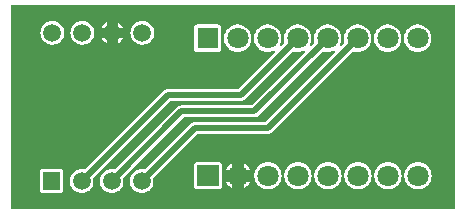
<source format=gbl>
G04 Layer: BottomLayer*
G04 EasyEDA v6.5.5, 2022-06-09 14:01:39*
G04 0642bc9331b94787885f2cc059754cc5,5a628b76fac64d3cb101ae6d552a3bac,10*
G04 Gerber Generator version 0.2*
G04 Scale: 100 percent, Rotated: No, Reflected: No *
G04 Dimensions in millimeters *
G04 leading zeros omitted , absolute positions ,4 integer and 5 decimal *
%FSLAX45Y45*%
%MOMM*%

%ADD11C,0.5000*%
%ADD12C,1.4986*%
%ADD14C,1.8000*%
%ADD15R,1.8000X1.8000*%

%LPD*%
G36*
X1052068Y6883908D02*
G01*
X1048156Y6884670D01*
X1044905Y6886905D01*
X1042669Y6890156D01*
X1041908Y6894068D01*
X1041908Y8599932D01*
X1042669Y8603843D01*
X1044905Y8607094D01*
X1048156Y8609330D01*
X1052068Y8610092D01*
X4789932Y8610092D01*
X4793843Y8609330D01*
X4797094Y8607094D01*
X4799330Y8603843D01*
X4800092Y8599932D01*
X4800092Y6894068D01*
X4799330Y6890156D01*
X4797094Y6886905D01*
X4793843Y6884670D01*
X4789932Y6883908D01*
G37*

%LPC*%
G36*
X1309928Y7019137D02*
G01*
X1458671Y7019137D01*
X1464970Y7019848D01*
X1470456Y7021779D01*
X1475333Y7024878D01*
X1479448Y7028942D01*
X1482496Y7033869D01*
X1484426Y7039305D01*
X1485138Y7045655D01*
X1485138Y7194346D01*
X1484426Y7200696D01*
X1482496Y7206132D01*
X1479448Y7211059D01*
X1475333Y7215124D01*
X1470456Y7218222D01*
X1464970Y7220102D01*
X1458671Y7220813D01*
X1309928Y7220813D01*
X1303629Y7220102D01*
X1298143Y7218222D01*
X1293266Y7215124D01*
X1289151Y7211059D01*
X1286103Y7206132D01*
X1284173Y7200696D01*
X1283462Y7194346D01*
X1283462Y7045655D01*
X1284173Y7039305D01*
X1286103Y7033869D01*
X1289151Y7028942D01*
X1293266Y7024878D01*
X1298143Y7021779D01*
X1303629Y7019848D01*
G37*
G36*
X1634947Y7019239D02*
G01*
X1648409Y7019696D01*
X1661668Y7021931D01*
X1674520Y7025944D01*
X1686763Y7031583D01*
X1698091Y7038848D01*
X1708404Y7047534D01*
X1717395Y7057542D01*
X1725066Y7068616D01*
X1731111Y7080656D01*
X1735531Y7093356D01*
X1738223Y7106564D01*
X1739138Y7119975D01*
X1738223Y7133437D01*
X1736902Y7140041D01*
X1736750Y7143343D01*
X1737715Y7146544D01*
X1739646Y7149236D01*
X2385161Y7794701D01*
X2388412Y7796936D01*
X2392324Y7797698D01*
X2985566Y7797698D01*
X2990189Y7797901D01*
X2994609Y7798460D01*
X2998927Y7799425D01*
X3003194Y7800746D01*
X3007258Y7802473D01*
X3011220Y7804505D01*
X3014980Y7806893D01*
X3018485Y7809585D01*
X3021939Y7812735D01*
X3425190Y8215985D01*
X3428034Y8218017D01*
X3431387Y8218931D01*
X3434892Y8218678D01*
X3445408Y8215985D01*
X3459835Y8214156D01*
X3474364Y8214156D01*
X3488791Y8215985D01*
X3502914Y8219592D01*
X3516629Y8225028D01*
X3520490Y8225739D01*
X3524351Y8224926D01*
X3527602Y8222691D01*
X3529787Y8219389D01*
X3530549Y8215528D01*
X3529736Y8211667D01*
X3527551Y8208365D01*
X3081934Y7762798D01*
X3078683Y7760563D01*
X3074771Y7759801D01*
X2481529Y7759801D01*
X2476906Y7759598D01*
X2472486Y7759039D01*
X2468168Y7758074D01*
X2463901Y7756753D01*
X2459837Y7755026D01*
X2455875Y7752994D01*
X2452116Y7750606D01*
X2448610Y7747914D01*
X2445156Y7744764D01*
X1921814Y7221372D01*
X1919173Y7219492D01*
X1916125Y7218527D01*
X1912924Y7218527D01*
X1902409Y7220305D01*
X1888947Y7220762D01*
X1875536Y7219391D01*
X1862429Y7216292D01*
X1849882Y7211466D01*
X1838045Y7204964D01*
X1827225Y7196988D01*
X1817522Y7187641D01*
X1809191Y7177074D01*
X1802333Y7165492D01*
X1797050Y7153046D01*
X1793493Y7140092D01*
X1791716Y7126731D01*
X1791716Y7113270D01*
X1793493Y7099909D01*
X1797050Y7086955D01*
X1802333Y7074509D01*
X1809191Y7062927D01*
X1817522Y7052360D01*
X1827225Y7043013D01*
X1838045Y7035038D01*
X1849882Y7028535D01*
X1862429Y7023709D01*
X1875536Y7020610D01*
X1888947Y7019239D01*
X1902409Y7019696D01*
X1915668Y7021931D01*
X1928520Y7025944D01*
X1940763Y7031583D01*
X1952091Y7038848D01*
X1962404Y7047534D01*
X1971395Y7057542D01*
X1979066Y7068616D01*
X1985111Y7080656D01*
X1989531Y7093356D01*
X1992223Y7106564D01*
X1993138Y7119975D01*
X1992223Y7133437D01*
X1990902Y7140041D01*
X1990750Y7143343D01*
X1991715Y7146544D01*
X1993646Y7149236D01*
X2499461Y7655001D01*
X2502712Y7657236D01*
X2506624Y7657998D01*
X3099866Y7657998D01*
X3104489Y7658201D01*
X3108909Y7658760D01*
X3113227Y7659725D01*
X3117494Y7661046D01*
X3121558Y7662773D01*
X3125520Y7664805D01*
X3129280Y7667193D01*
X3132785Y7669885D01*
X3136239Y7673035D01*
X3679190Y8215985D01*
X3682034Y8218017D01*
X3685387Y8218931D01*
X3688892Y8218678D01*
X3699408Y8215985D01*
X3713835Y8214156D01*
X3728364Y8214156D01*
X3742791Y8215985D01*
X3756914Y8219592D01*
X3770629Y8225028D01*
X3774490Y8225739D01*
X3778351Y8224926D01*
X3781602Y8222691D01*
X3783787Y8219389D01*
X3784549Y8215528D01*
X3783736Y8211667D01*
X3781551Y8208365D01*
X3196234Y7623098D01*
X3192983Y7620863D01*
X3189071Y7620101D01*
X2595829Y7620101D01*
X2591206Y7619898D01*
X2586786Y7619339D01*
X2582468Y7618374D01*
X2578201Y7617053D01*
X2574137Y7615326D01*
X2570175Y7613294D01*
X2566416Y7610906D01*
X2562910Y7608214D01*
X2559456Y7605064D01*
X2175814Y7221372D01*
X2173173Y7219492D01*
X2170125Y7218527D01*
X2166924Y7218527D01*
X2156409Y7220305D01*
X2142947Y7220762D01*
X2129536Y7219391D01*
X2116429Y7216292D01*
X2103882Y7211466D01*
X2092045Y7204964D01*
X2081225Y7196988D01*
X2071522Y7187641D01*
X2063191Y7177074D01*
X2056333Y7165492D01*
X2051050Y7153046D01*
X2047493Y7140092D01*
X2045716Y7126731D01*
X2045716Y7113270D01*
X2047493Y7099909D01*
X2051050Y7086955D01*
X2056333Y7074509D01*
X2063191Y7062927D01*
X2071522Y7052360D01*
X2081225Y7043013D01*
X2092045Y7035038D01*
X2103882Y7028535D01*
X2116429Y7023709D01*
X2129536Y7020610D01*
X2142947Y7019239D01*
X2156409Y7019696D01*
X2169668Y7021931D01*
X2182520Y7025944D01*
X2194763Y7031583D01*
X2206091Y7038848D01*
X2216404Y7047534D01*
X2225395Y7057542D01*
X2233066Y7068616D01*
X2239111Y7080656D01*
X2243531Y7093356D01*
X2246223Y7106564D01*
X2247138Y7119975D01*
X2246223Y7133437D01*
X2244902Y7140041D01*
X2244750Y7143343D01*
X2245715Y7146544D01*
X2247646Y7149236D01*
X2613761Y7515301D01*
X2617012Y7517536D01*
X2620924Y7518298D01*
X3214166Y7518298D01*
X3218789Y7518501D01*
X3223209Y7519060D01*
X3227527Y7520025D01*
X3231794Y7521346D01*
X3235858Y7523073D01*
X3239820Y7525105D01*
X3243580Y7527493D01*
X3247085Y7530185D01*
X3250539Y7533335D01*
X3933190Y8215985D01*
X3936034Y8218017D01*
X3939387Y8218931D01*
X3942892Y8218678D01*
X3953408Y8215985D01*
X3967835Y8214156D01*
X3982364Y8214156D01*
X3996791Y8215985D01*
X4010914Y8219592D01*
X4024426Y8224926D01*
X4037177Y8231936D01*
X4048963Y8240522D01*
X4059580Y8250478D01*
X4068876Y8261705D01*
X4076649Y8273948D01*
X4082846Y8287156D01*
X4087368Y8300974D01*
X4090060Y8315248D01*
X4090974Y8329777D01*
X4090060Y8344306D01*
X4087368Y8358631D01*
X4082846Y8372449D01*
X4076649Y8385606D01*
X4068876Y8397900D01*
X4059580Y8409127D01*
X4048963Y8419084D01*
X4037177Y8427669D01*
X4024426Y8434679D01*
X4010914Y8440013D01*
X3996791Y8443620D01*
X3982364Y8445449D01*
X3967835Y8445449D01*
X3953408Y8443620D01*
X3939286Y8440013D01*
X3925773Y8434679D01*
X3913022Y8427669D01*
X3901236Y8419084D01*
X3890619Y8409127D01*
X3881323Y8397900D01*
X3873550Y8385606D01*
X3867353Y8372449D01*
X3862832Y8358631D01*
X3860139Y8344306D01*
X3859225Y8329777D01*
X3860139Y8315248D01*
X3862832Y8300974D01*
X3863695Y8298383D01*
X3864203Y8294674D01*
X3863340Y8291118D01*
X3861206Y8288070D01*
X3842054Y8268868D01*
X3838701Y8266633D01*
X3834739Y8265922D01*
X3830777Y8266734D01*
X3827475Y8269071D01*
X3825341Y8272475D01*
X3824732Y8276488D01*
X3825697Y8280400D01*
X3828846Y8287156D01*
X3833368Y8300974D01*
X3836060Y8315248D01*
X3836974Y8329777D01*
X3836060Y8344306D01*
X3833368Y8358631D01*
X3828846Y8372449D01*
X3822649Y8385606D01*
X3814876Y8397900D01*
X3805580Y8409127D01*
X3794963Y8419084D01*
X3783177Y8427669D01*
X3770426Y8434679D01*
X3756914Y8440013D01*
X3742791Y8443620D01*
X3728364Y8445449D01*
X3713835Y8445449D01*
X3699408Y8443620D01*
X3685286Y8440013D01*
X3671773Y8434679D01*
X3659022Y8427669D01*
X3647236Y8419084D01*
X3636619Y8409127D01*
X3627323Y8397900D01*
X3619550Y8385606D01*
X3613353Y8372449D01*
X3608832Y8358631D01*
X3606139Y8344306D01*
X3605225Y8329777D01*
X3606139Y8315248D01*
X3608832Y8300974D01*
X3609695Y8298383D01*
X3610203Y8294674D01*
X3609340Y8291118D01*
X3607206Y8288070D01*
X3588054Y8268868D01*
X3584701Y8266633D01*
X3580739Y8265922D01*
X3576777Y8266734D01*
X3573475Y8269071D01*
X3571341Y8272475D01*
X3570732Y8276488D01*
X3571697Y8280400D01*
X3574846Y8287156D01*
X3579368Y8300974D01*
X3582060Y8315248D01*
X3582974Y8329777D01*
X3582060Y8344306D01*
X3579368Y8358631D01*
X3574846Y8372449D01*
X3568649Y8385606D01*
X3560876Y8397900D01*
X3551580Y8409127D01*
X3540963Y8419084D01*
X3529177Y8427669D01*
X3516426Y8434679D01*
X3502914Y8440013D01*
X3488791Y8443620D01*
X3474364Y8445449D01*
X3459835Y8445449D01*
X3445408Y8443620D01*
X3431286Y8440013D01*
X3417773Y8434679D01*
X3405022Y8427669D01*
X3393236Y8419084D01*
X3382619Y8409127D01*
X3373323Y8397900D01*
X3365550Y8385606D01*
X3359353Y8372449D01*
X3354832Y8358631D01*
X3352139Y8344306D01*
X3351225Y8329777D01*
X3352139Y8315248D01*
X3354832Y8300974D01*
X3355695Y8298383D01*
X3356203Y8294674D01*
X3355340Y8291118D01*
X3353206Y8288070D01*
X3334054Y8268868D01*
X3330701Y8266633D01*
X3326739Y8265922D01*
X3322777Y8266734D01*
X3319475Y8269071D01*
X3317341Y8272475D01*
X3316732Y8276488D01*
X3317697Y8280400D01*
X3320846Y8287156D01*
X3325368Y8300974D01*
X3328060Y8315248D01*
X3328974Y8329777D01*
X3328060Y8344306D01*
X3325368Y8358631D01*
X3320846Y8372449D01*
X3314649Y8385606D01*
X3306876Y8397900D01*
X3297580Y8409127D01*
X3286963Y8419084D01*
X3275177Y8427669D01*
X3262426Y8434679D01*
X3248914Y8440013D01*
X3234791Y8443620D01*
X3220364Y8445449D01*
X3205835Y8445449D01*
X3191408Y8443620D01*
X3177286Y8440013D01*
X3163773Y8434679D01*
X3151022Y8427669D01*
X3139236Y8419084D01*
X3128619Y8409127D01*
X3119323Y8397900D01*
X3111550Y8385606D01*
X3105353Y8372449D01*
X3100832Y8358631D01*
X3098139Y8344306D01*
X3097225Y8329777D01*
X3098139Y8315248D01*
X3100832Y8300974D01*
X3105353Y8287156D01*
X3111550Y8273948D01*
X3119323Y8261705D01*
X3128619Y8250478D01*
X3139236Y8240522D01*
X3151022Y8231936D01*
X3163773Y8224926D01*
X3177286Y8219592D01*
X3191408Y8215985D01*
X3205835Y8214156D01*
X3220364Y8214156D01*
X3234791Y8215985D01*
X3248914Y8219592D01*
X3262629Y8225028D01*
X3266490Y8225739D01*
X3270351Y8224926D01*
X3273602Y8222691D01*
X3275787Y8219389D01*
X3276549Y8215528D01*
X3275736Y8211667D01*
X3273552Y8208365D01*
X2967634Y7902498D01*
X2964383Y7900263D01*
X2960471Y7899501D01*
X2367229Y7899501D01*
X2362606Y7899298D01*
X2358186Y7898739D01*
X2353868Y7897774D01*
X2349601Y7896453D01*
X2345537Y7894726D01*
X2341575Y7892694D01*
X2337816Y7890306D01*
X2334310Y7887614D01*
X2330856Y7884464D01*
X1667814Y7221372D01*
X1665173Y7219492D01*
X1662125Y7218527D01*
X1658924Y7218527D01*
X1648409Y7220305D01*
X1634947Y7220762D01*
X1621536Y7219391D01*
X1608429Y7216292D01*
X1595882Y7211466D01*
X1584045Y7204964D01*
X1573225Y7196988D01*
X1563522Y7187641D01*
X1555191Y7177074D01*
X1548333Y7165492D01*
X1543050Y7153046D01*
X1539494Y7140092D01*
X1537716Y7126731D01*
X1537716Y7113270D01*
X1539494Y7099909D01*
X1543050Y7086955D01*
X1548333Y7074509D01*
X1555191Y7062927D01*
X1563522Y7052360D01*
X1573225Y7043013D01*
X1584045Y7035038D01*
X1595882Y7028535D01*
X1608429Y7023709D01*
X1621536Y7020610D01*
G37*
G36*
X2618689Y7049871D02*
G01*
X2797505Y7049871D01*
X2803855Y7050582D01*
X2809290Y7052513D01*
X2814218Y7055612D01*
X2818282Y7059675D01*
X2821381Y7064603D01*
X2823311Y7070039D01*
X2824022Y7076389D01*
X2824022Y7255256D01*
X2823311Y7261555D01*
X2821381Y7266990D01*
X2818282Y7271918D01*
X2814218Y7275982D01*
X2809290Y7279081D01*
X2803855Y7281011D01*
X2797505Y7281722D01*
X2618689Y7281722D01*
X2612339Y7281011D01*
X2606903Y7279081D01*
X2601976Y7275982D01*
X2597912Y7271918D01*
X2594813Y7266990D01*
X2592882Y7261555D01*
X2592171Y7255256D01*
X2592171Y7076389D01*
X2592882Y7070039D01*
X2594813Y7064603D01*
X2597912Y7059675D01*
X2601976Y7055612D01*
X2606903Y7052513D01*
X2612339Y7050582D01*
G37*
G36*
X4224832Y7050125D02*
G01*
X4239361Y7050125D01*
X4253788Y7051954D01*
X4267911Y7055561D01*
X4281424Y7060946D01*
X4294174Y7067956D01*
X4305960Y7076490D01*
X4316577Y7086447D01*
X4325874Y7097674D01*
X4333646Y7109968D01*
X4339844Y7123125D01*
X4344365Y7136993D01*
X4347057Y7151268D01*
X4347972Y7165797D01*
X4347057Y7180325D01*
X4344365Y7194600D01*
X4339844Y7208469D01*
X4333646Y7221626D01*
X4325874Y7233920D01*
X4316577Y7245146D01*
X4305960Y7255103D01*
X4294174Y7263638D01*
X4281424Y7270648D01*
X4267911Y7276033D01*
X4253788Y7279640D01*
X4239361Y7281468D01*
X4224832Y7281468D01*
X4210405Y7279640D01*
X4196283Y7276033D01*
X4182770Y7270648D01*
X4170019Y7263638D01*
X4158234Y7255103D01*
X4147616Y7245146D01*
X4138320Y7233920D01*
X4130548Y7221626D01*
X4124350Y7208469D01*
X4119829Y7194600D01*
X4117136Y7180325D01*
X4116222Y7165797D01*
X4117136Y7151268D01*
X4119829Y7136993D01*
X4124350Y7123125D01*
X4130548Y7109968D01*
X4138320Y7097674D01*
X4147616Y7086447D01*
X4158234Y7076490D01*
X4170019Y7067956D01*
X4182770Y7060946D01*
X4196283Y7055561D01*
X4210405Y7051954D01*
G37*
G36*
X3208832Y7050125D02*
G01*
X3223361Y7050125D01*
X3237788Y7051954D01*
X3251911Y7055561D01*
X3265424Y7060946D01*
X3278174Y7067956D01*
X3289960Y7076490D01*
X3300577Y7086447D01*
X3309874Y7097674D01*
X3317646Y7109968D01*
X3323844Y7123125D01*
X3328365Y7136993D01*
X3331057Y7151268D01*
X3331972Y7165797D01*
X3331057Y7180325D01*
X3328365Y7194600D01*
X3323844Y7208469D01*
X3317646Y7221626D01*
X3309874Y7233920D01*
X3300577Y7245146D01*
X3289960Y7255103D01*
X3278174Y7263638D01*
X3265424Y7270648D01*
X3251911Y7276033D01*
X3237788Y7279640D01*
X3223361Y7281468D01*
X3208832Y7281468D01*
X3194405Y7279640D01*
X3180283Y7276033D01*
X3166770Y7270648D01*
X3154019Y7263638D01*
X3142234Y7255103D01*
X3131616Y7245146D01*
X3122320Y7233920D01*
X3114548Y7221626D01*
X3108350Y7208469D01*
X3103829Y7194600D01*
X3101136Y7180325D01*
X3100222Y7165797D01*
X3101136Y7151268D01*
X3103829Y7136993D01*
X3108350Y7123125D01*
X3114548Y7109968D01*
X3122320Y7097674D01*
X3131616Y7086447D01*
X3142234Y7076490D01*
X3154019Y7067956D01*
X3166770Y7060946D01*
X3180283Y7055561D01*
X3194405Y7051954D01*
G37*
G36*
X3462832Y7050125D02*
G01*
X3477361Y7050125D01*
X3491788Y7051954D01*
X3505911Y7055561D01*
X3519424Y7060946D01*
X3532174Y7067956D01*
X3543960Y7076490D01*
X3554577Y7086447D01*
X3563874Y7097674D01*
X3571646Y7109968D01*
X3577844Y7123125D01*
X3582365Y7136993D01*
X3585057Y7151268D01*
X3585972Y7165797D01*
X3585057Y7180325D01*
X3582365Y7194600D01*
X3577844Y7208469D01*
X3571646Y7221626D01*
X3563874Y7233920D01*
X3554577Y7245146D01*
X3543960Y7255103D01*
X3532174Y7263638D01*
X3519424Y7270648D01*
X3505911Y7276033D01*
X3491788Y7279640D01*
X3477361Y7281468D01*
X3462832Y7281468D01*
X3448405Y7279640D01*
X3434283Y7276033D01*
X3420770Y7270648D01*
X3408019Y7263638D01*
X3396234Y7255103D01*
X3385616Y7245146D01*
X3376320Y7233920D01*
X3368548Y7221626D01*
X3362350Y7208469D01*
X3357829Y7194600D01*
X3355136Y7180325D01*
X3354222Y7165797D01*
X3355136Y7151268D01*
X3357829Y7136993D01*
X3362350Y7123125D01*
X3368548Y7109968D01*
X3376320Y7097674D01*
X3385616Y7086447D01*
X3396234Y7076490D01*
X3408019Y7067956D01*
X3420770Y7060946D01*
X3434283Y7055561D01*
X3448405Y7051954D01*
G37*
G36*
X3970832Y7050125D02*
G01*
X3985361Y7050125D01*
X3999788Y7051954D01*
X4013911Y7055561D01*
X4027424Y7060946D01*
X4040174Y7067956D01*
X4051960Y7076490D01*
X4062577Y7086447D01*
X4071874Y7097674D01*
X4079646Y7109968D01*
X4085844Y7123125D01*
X4090365Y7136993D01*
X4093057Y7151268D01*
X4093972Y7165797D01*
X4093057Y7180325D01*
X4090365Y7194600D01*
X4085844Y7208469D01*
X4079646Y7221626D01*
X4071874Y7233920D01*
X4062577Y7245146D01*
X4051960Y7255103D01*
X4040174Y7263638D01*
X4027424Y7270648D01*
X4013911Y7276033D01*
X3999788Y7279640D01*
X3985361Y7281468D01*
X3970832Y7281468D01*
X3956405Y7279640D01*
X3942283Y7276033D01*
X3928770Y7270648D01*
X3916019Y7263638D01*
X3904234Y7255103D01*
X3893616Y7245146D01*
X3884320Y7233920D01*
X3876548Y7221626D01*
X3870350Y7208469D01*
X3865829Y7194600D01*
X3863136Y7180325D01*
X3862222Y7165797D01*
X3863136Y7151268D01*
X3865829Y7136993D01*
X3870350Y7123125D01*
X3876548Y7109968D01*
X3884320Y7097674D01*
X3893616Y7086447D01*
X3904234Y7076490D01*
X3916019Y7067956D01*
X3928770Y7060946D01*
X3942283Y7055561D01*
X3956405Y7051954D01*
G37*
G36*
X3716832Y7050125D02*
G01*
X3731361Y7050125D01*
X3745788Y7051954D01*
X3759911Y7055561D01*
X3773424Y7060946D01*
X3786174Y7067956D01*
X3797960Y7076490D01*
X3808577Y7086447D01*
X3817874Y7097674D01*
X3825646Y7109968D01*
X3831844Y7123125D01*
X3836365Y7136993D01*
X3839057Y7151268D01*
X3839972Y7165797D01*
X3839057Y7180325D01*
X3836365Y7194600D01*
X3831844Y7208469D01*
X3825646Y7221626D01*
X3817874Y7233920D01*
X3808577Y7245146D01*
X3797960Y7255103D01*
X3786174Y7263638D01*
X3773424Y7270648D01*
X3759911Y7276033D01*
X3745788Y7279640D01*
X3731361Y7281468D01*
X3716832Y7281468D01*
X3702405Y7279640D01*
X3688283Y7276033D01*
X3674770Y7270648D01*
X3662019Y7263638D01*
X3650234Y7255103D01*
X3639616Y7245146D01*
X3630320Y7233920D01*
X3622548Y7221626D01*
X3616350Y7208469D01*
X3611829Y7194600D01*
X3609136Y7180325D01*
X3608222Y7165797D01*
X3609136Y7151268D01*
X3611829Y7136993D01*
X3616350Y7123125D01*
X3622548Y7109968D01*
X3630320Y7097674D01*
X3639616Y7086447D01*
X3650234Y7076490D01*
X3662019Y7067956D01*
X3674770Y7060946D01*
X3688283Y7055561D01*
X3702405Y7051954D01*
G37*
G36*
X4478832Y7050125D02*
G01*
X4493361Y7050125D01*
X4507788Y7051954D01*
X4521911Y7055561D01*
X4535424Y7060946D01*
X4548174Y7067956D01*
X4559960Y7076490D01*
X4570577Y7086447D01*
X4579874Y7097674D01*
X4587646Y7109968D01*
X4593844Y7123125D01*
X4598365Y7136993D01*
X4601057Y7151268D01*
X4601972Y7165797D01*
X4601057Y7180325D01*
X4598365Y7194600D01*
X4593844Y7208469D01*
X4587646Y7221626D01*
X4579874Y7233920D01*
X4570577Y7245146D01*
X4559960Y7255103D01*
X4548174Y7263638D01*
X4535424Y7270648D01*
X4521911Y7276033D01*
X4507788Y7279640D01*
X4493361Y7281468D01*
X4478832Y7281468D01*
X4464405Y7279640D01*
X4450283Y7276033D01*
X4436770Y7270648D01*
X4424019Y7263638D01*
X4412234Y7255103D01*
X4401616Y7245146D01*
X4392320Y7233920D01*
X4384548Y7221626D01*
X4378350Y7208469D01*
X4373829Y7194600D01*
X4371136Y7180325D01*
X4370222Y7165797D01*
X4371136Y7151268D01*
X4373829Y7136993D01*
X4378350Y7123125D01*
X4384548Y7109968D01*
X4392320Y7097674D01*
X4401616Y7086447D01*
X4412234Y7076490D01*
X4424019Y7067956D01*
X4436770Y7060946D01*
X4450283Y7055561D01*
X4464405Y7051954D01*
G37*
G36*
X3013456Y7062063D02*
G01*
X3024174Y7067956D01*
X3035960Y7076490D01*
X3046577Y7086447D01*
X3055874Y7097674D01*
X3063646Y7109968D01*
X3065780Y7114438D01*
X3013456Y7114438D01*
G37*
G36*
X2910738Y7062063D02*
G01*
X2910738Y7114438D01*
X2858414Y7114438D01*
X2860548Y7109968D01*
X2868320Y7097674D01*
X2877616Y7086447D01*
X2888234Y7076490D01*
X2900019Y7067956D01*
G37*
G36*
X3013456Y7217156D02*
G01*
X3065780Y7217156D01*
X3063646Y7221626D01*
X3055874Y7233920D01*
X3046577Y7245146D01*
X3035960Y7255103D01*
X3024174Y7263638D01*
X3013456Y7269581D01*
G37*
G36*
X2858414Y7217156D02*
G01*
X2910738Y7217156D01*
X2910738Y7269581D01*
X2900019Y7263638D01*
X2888234Y7255103D01*
X2877616Y7245146D01*
X2868320Y7233920D01*
X2860548Y7221626D01*
G37*
G36*
X2615692Y8213902D02*
G01*
X2794508Y8213902D01*
X2800858Y8214614D01*
X2806293Y8216493D01*
X2811221Y8219592D01*
X2815285Y8223707D01*
X2818384Y8228584D01*
X2820314Y8234070D01*
X2821025Y8240369D01*
X2821025Y8419236D01*
X2820314Y8425535D01*
X2818384Y8431022D01*
X2815285Y8435898D01*
X2811221Y8440013D01*
X2806293Y8443061D01*
X2800858Y8444992D01*
X2794508Y8445703D01*
X2615692Y8445703D01*
X2609342Y8444992D01*
X2603906Y8443061D01*
X2598978Y8440013D01*
X2594914Y8435898D01*
X2591816Y8431022D01*
X2589885Y8425535D01*
X2589174Y8419236D01*
X2589174Y8240369D01*
X2589885Y8234070D01*
X2591816Y8228584D01*
X2594914Y8223707D01*
X2598978Y8219592D01*
X2603906Y8216493D01*
X2609342Y8214614D01*
G37*
G36*
X2951835Y8214156D02*
G01*
X2966364Y8214156D01*
X2980791Y8215985D01*
X2994914Y8219592D01*
X3008426Y8224926D01*
X3021177Y8231936D01*
X3032963Y8240522D01*
X3043580Y8250478D01*
X3052876Y8261705D01*
X3060649Y8273948D01*
X3066846Y8287156D01*
X3071368Y8300974D01*
X3074060Y8315248D01*
X3074974Y8329777D01*
X3074060Y8344306D01*
X3071368Y8358631D01*
X3066846Y8372449D01*
X3060649Y8385606D01*
X3052876Y8397900D01*
X3043580Y8409127D01*
X3032963Y8419084D01*
X3021177Y8427669D01*
X3008426Y8434679D01*
X2994914Y8440013D01*
X2980791Y8443620D01*
X2966364Y8445449D01*
X2951835Y8445449D01*
X2937408Y8443620D01*
X2923286Y8440013D01*
X2909773Y8434679D01*
X2897022Y8427669D01*
X2885236Y8419084D01*
X2874619Y8409127D01*
X2865323Y8397900D01*
X2857550Y8385606D01*
X2851353Y8372449D01*
X2846832Y8358631D01*
X2844139Y8344306D01*
X2843225Y8329777D01*
X2844139Y8315248D01*
X2846832Y8300974D01*
X2851353Y8287156D01*
X2857550Y8273948D01*
X2865323Y8261705D01*
X2874619Y8250478D01*
X2885236Y8240522D01*
X2897022Y8231936D01*
X2909773Y8224926D01*
X2923286Y8219592D01*
X2937408Y8215985D01*
G37*
G36*
X4221835Y8214156D02*
G01*
X4236364Y8214156D01*
X4250791Y8215985D01*
X4264914Y8219592D01*
X4278426Y8224926D01*
X4291177Y8231936D01*
X4302963Y8240522D01*
X4313580Y8250478D01*
X4322876Y8261705D01*
X4330649Y8273948D01*
X4336846Y8287156D01*
X4341368Y8300974D01*
X4344060Y8315248D01*
X4344974Y8329777D01*
X4344060Y8344306D01*
X4341368Y8358631D01*
X4336846Y8372449D01*
X4330649Y8385606D01*
X4322876Y8397900D01*
X4313580Y8409127D01*
X4302963Y8419084D01*
X4291177Y8427669D01*
X4278426Y8434679D01*
X4264914Y8440013D01*
X4250791Y8443620D01*
X4236364Y8445449D01*
X4221835Y8445449D01*
X4207408Y8443620D01*
X4193286Y8440013D01*
X4179773Y8434679D01*
X4167022Y8427669D01*
X4155236Y8419084D01*
X4144619Y8409127D01*
X4135323Y8397900D01*
X4127550Y8385606D01*
X4121353Y8372449D01*
X4116832Y8358631D01*
X4114139Y8344306D01*
X4113225Y8329777D01*
X4114139Y8315248D01*
X4116832Y8300974D01*
X4121353Y8287156D01*
X4127550Y8273948D01*
X4135323Y8261705D01*
X4144619Y8250478D01*
X4155236Y8240522D01*
X4167022Y8231936D01*
X4179773Y8224926D01*
X4193286Y8219592D01*
X4207408Y8215985D01*
G37*
G36*
X4475835Y8214156D02*
G01*
X4490364Y8214156D01*
X4504791Y8215985D01*
X4518914Y8219592D01*
X4532426Y8224926D01*
X4545177Y8231936D01*
X4556963Y8240522D01*
X4567580Y8250478D01*
X4576876Y8261705D01*
X4584649Y8273948D01*
X4590846Y8287156D01*
X4595368Y8300974D01*
X4598060Y8315248D01*
X4598974Y8329777D01*
X4598060Y8344306D01*
X4595368Y8358631D01*
X4590846Y8372449D01*
X4584649Y8385606D01*
X4576876Y8397900D01*
X4567580Y8409127D01*
X4556963Y8419084D01*
X4545177Y8427669D01*
X4532426Y8434679D01*
X4518914Y8440013D01*
X4504791Y8443620D01*
X4490364Y8445449D01*
X4475835Y8445449D01*
X4461408Y8443620D01*
X4447286Y8440013D01*
X4433773Y8434679D01*
X4421022Y8427669D01*
X4409236Y8419084D01*
X4398619Y8409127D01*
X4389323Y8397900D01*
X4381550Y8385606D01*
X4375353Y8372449D01*
X4370832Y8358631D01*
X4368139Y8344306D01*
X4367225Y8329777D01*
X4368139Y8315248D01*
X4370832Y8300974D01*
X4375353Y8287156D01*
X4381550Y8273948D01*
X4389323Y8261705D01*
X4398619Y8250478D01*
X4409236Y8240522D01*
X4421022Y8231936D01*
X4433773Y8224926D01*
X4447286Y8219592D01*
X4461408Y8215985D01*
G37*
G36*
X1394968Y8274862D02*
G01*
X1408379Y8276183D01*
X1421485Y8279333D01*
X1434033Y8284159D01*
X1445869Y8290610D01*
X1456690Y8298586D01*
X1466392Y8307984D01*
X1474724Y8318550D01*
X1481582Y8330133D01*
X1486865Y8342528D01*
X1490421Y8355533D01*
X1492199Y8368842D01*
X1492199Y8382355D01*
X1490421Y8395665D01*
X1486865Y8408670D01*
X1481582Y8421065D01*
X1474724Y8432647D01*
X1466392Y8443214D01*
X1456690Y8452612D01*
X1445869Y8460587D01*
X1434033Y8467039D01*
X1421485Y8471865D01*
X1408379Y8475014D01*
X1394968Y8476335D01*
X1381506Y8475929D01*
X1368247Y8473643D01*
X1355394Y8469680D01*
X1343152Y8463991D01*
X1331823Y8456777D01*
X1321511Y8448090D01*
X1312468Y8438083D01*
X1304848Y8426958D01*
X1298803Y8414969D01*
X1294384Y8402218D01*
X1291691Y8389061D01*
X1290777Y8375599D01*
X1291691Y8362137D01*
X1294384Y8348980D01*
X1298803Y8336229D01*
X1304848Y8324240D01*
X1312468Y8313115D01*
X1321511Y8303107D01*
X1331823Y8294420D01*
X1343152Y8287207D01*
X1355394Y8281517D01*
X1368247Y8277555D01*
X1381506Y8275269D01*
G37*
G36*
X1648968Y8274862D02*
G01*
X1662379Y8276183D01*
X1675485Y8279333D01*
X1688033Y8284159D01*
X1699869Y8290610D01*
X1710689Y8298586D01*
X1720392Y8307984D01*
X1728724Y8318550D01*
X1735582Y8330133D01*
X1740865Y8342528D01*
X1744421Y8355533D01*
X1746199Y8368842D01*
X1746199Y8382355D01*
X1744421Y8395665D01*
X1740865Y8408670D01*
X1735582Y8421065D01*
X1728724Y8432647D01*
X1720392Y8443214D01*
X1710689Y8452612D01*
X1699869Y8460587D01*
X1688033Y8467039D01*
X1675485Y8471865D01*
X1662379Y8475014D01*
X1648968Y8476335D01*
X1635506Y8475929D01*
X1622247Y8473643D01*
X1609394Y8469680D01*
X1597152Y8463991D01*
X1585823Y8456777D01*
X1575511Y8448090D01*
X1566468Y8438083D01*
X1558848Y8426958D01*
X1552803Y8414969D01*
X1548384Y8402218D01*
X1545691Y8389061D01*
X1544777Y8375599D01*
X1545691Y8362137D01*
X1548384Y8348980D01*
X1552803Y8336229D01*
X1558848Y8324240D01*
X1566468Y8313115D01*
X1575511Y8303107D01*
X1585823Y8294420D01*
X1597152Y8287207D01*
X1609394Y8281517D01*
X1622247Y8277555D01*
X1635506Y8275269D01*
G37*
G36*
X2156968Y8274862D02*
G01*
X2170379Y8276183D01*
X2183485Y8279282D01*
X2196033Y8284159D01*
X2207869Y8290610D01*
X2218690Y8298586D01*
X2228392Y8307984D01*
X2236724Y8318550D01*
X2243582Y8330133D01*
X2248865Y8342528D01*
X2252421Y8355533D01*
X2254199Y8368842D01*
X2254199Y8382355D01*
X2252421Y8395665D01*
X2248865Y8408670D01*
X2243582Y8421065D01*
X2236724Y8432647D01*
X2228392Y8443214D01*
X2218690Y8452561D01*
X2207869Y8460587D01*
X2196033Y8467039D01*
X2183485Y8471865D01*
X2170379Y8475014D01*
X2156968Y8476335D01*
X2143506Y8475929D01*
X2130247Y8473643D01*
X2117394Y8469680D01*
X2105152Y8463991D01*
X2093823Y8456777D01*
X2083511Y8448040D01*
X2074519Y8438083D01*
X2066848Y8426958D01*
X2060803Y8414969D01*
X2056384Y8402218D01*
X2053691Y8389010D01*
X2052777Y8375599D01*
X2053691Y8362137D01*
X2056384Y8348980D01*
X2060803Y8336229D01*
X2066848Y8324240D01*
X2074519Y8313115D01*
X2083511Y8303107D01*
X2093823Y8294420D01*
X2105152Y8287207D01*
X2117394Y8281517D01*
X2130247Y8277504D01*
X2143506Y8275269D01*
G37*
G36*
X1943404Y8284921D02*
G01*
X1953869Y8290610D01*
X1964689Y8298586D01*
X1974392Y8307984D01*
X1982724Y8318550D01*
X1989582Y8330133D01*
X1990293Y8331758D01*
X1943404Y8331758D01*
G37*
G36*
X1855774Y8285022D02*
G01*
X1855774Y8331758D01*
X1809038Y8331758D01*
X1812848Y8324240D01*
X1820468Y8313115D01*
X1829511Y8303107D01*
X1839823Y8294420D01*
X1851152Y8287207D01*
G37*
G36*
X1809038Y8419388D02*
G01*
X1855774Y8419388D01*
X1855774Y8466175D01*
X1851152Y8463991D01*
X1839823Y8456777D01*
X1829511Y8448090D01*
X1820468Y8438083D01*
X1812848Y8426958D01*
G37*
G36*
X1943404Y8419388D02*
G01*
X1990293Y8419388D01*
X1989582Y8421065D01*
X1982724Y8432647D01*
X1974392Y8443214D01*
X1964689Y8452612D01*
X1953869Y8460587D01*
X1943404Y8466277D01*
G37*

%LPD*%
D11*
X3975100Y8329929D02*
G01*
X3214370Y7569200D01*
X2595625Y7569200D01*
X2146300Y7119873D01*
X3721100Y8329929D02*
G01*
X3100070Y7708900D01*
X2481325Y7708900D01*
X1892300Y7119873D01*
X3467100Y8329929D02*
G01*
X2985770Y7848600D01*
X2367025Y7848600D01*
X1638300Y7119873D01*
D12*
G01*
X2153615Y8375596D03*
G01*
X1899615Y8375596D03*
G01*
X1645615Y8375596D03*
G01*
X1391615Y8375596D03*
G36*
X1309370Y7194928D02*
G01*
X1459229Y7194928D01*
X1459229Y7045068D01*
X1309370Y7045068D01*
G37*
G01*
X1638300Y7119998D03*
G01*
X1892300Y7119998D03*
G01*
X2146300Y7119998D03*
D14*
G01*
X4486097Y7165797D03*
G01*
X4232097Y7165797D03*
G01*
X3978097Y7165797D03*
G01*
X3724097Y7165797D03*
G01*
X3470097Y7165797D03*
G01*
X3216097Y7165797D03*
G01*
X2962097Y7165797D03*
G36*
X2618097Y7255802D02*
G01*
X2798097Y7255802D01*
X2798097Y7075802D01*
X2618097Y7075802D01*
G37*
D15*
G01*
X2705100Y8329803D03*
D14*
G01*
X2959100Y8329803D03*
G01*
X3213100Y8329803D03*
G01*
X3467100Y8329803D03*
G01*
X3721100Y8329803D03*
G01*
X3975100Y8329803D03*
G01*
X4229100Y8329803D03*
G01*
X4483100Y8329803D03*
M02*

</source>
